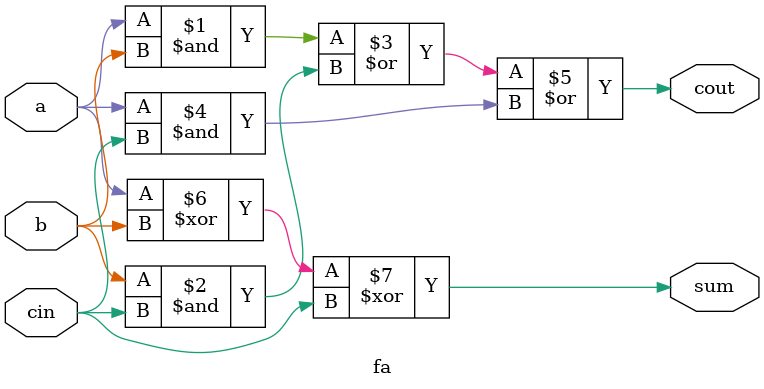
<source format=v>
module top_module( 
    input [99:0] a, b,
    input cin,
    output cout,
    output [99:0] sum );
    genvar i;
    wire [98:0]c_out;
    fa f1(a[0],b[0],cin,c_out[0],sum[0]);
    fa f2(a[99],b[99],c_out[98],cout,sum[99]);
    generate
        for(i=1;i<99;i=i+1)begin:Full_adder_block
            fa f(a[i],b[i],c_out[i-1],c_out[i],sum[i]);
       end
    endgenerate
endmodule
module fa(a,b,cin,cout,sum);
    input a,b;
    input cin;
    output cout,sum;
    assign cout=a&b|b&cin|a&cin;
    assign sum=a^b^cin;
endmodule

</source>
